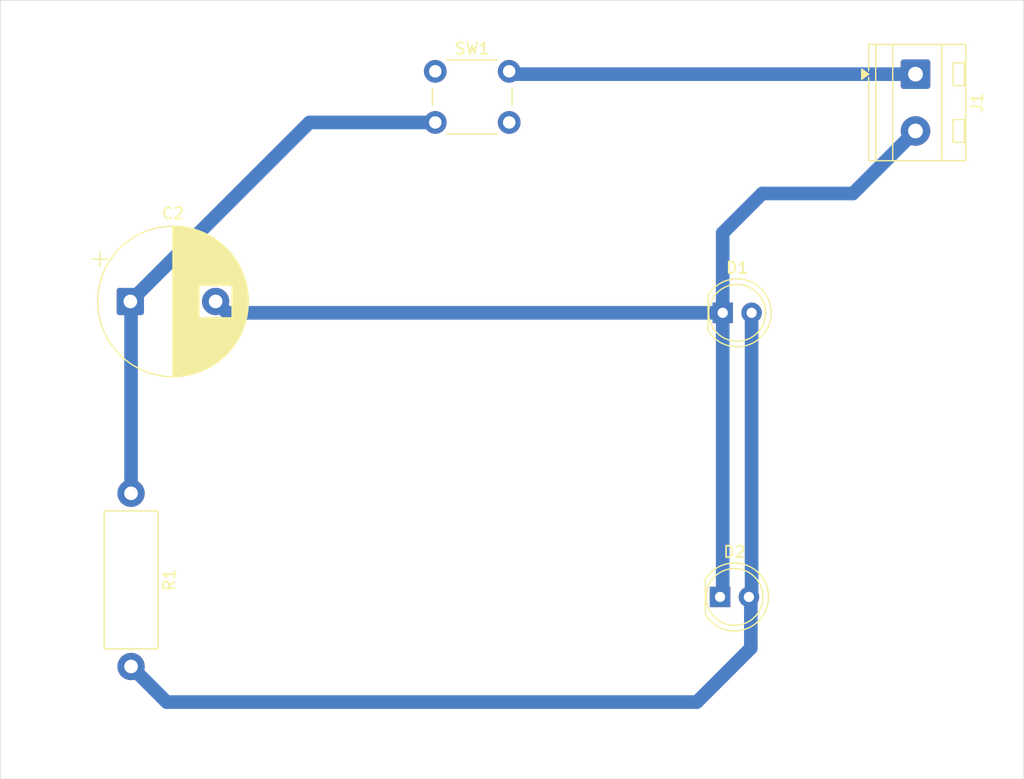
<source format=kicad_pcb>
(kicad_pcb (version 20241229) (generator "pcbnew") (generator_version "9.0")
  (title_block (title "TP1 Circuit  RC simple led") (rev "1.0.0") (company "Jules Haag"))
  (layers (0 "F.Cu" signal) (2 "B.Cu" signal) (13 "F.Paste" user) (15 "B.Paste" user) (5 "F.SilkS" user "F.Silkscreen") (7 "B.SilkS" user "B.Silkscreen") (1 "F.Mask" user) (3 "B.Mask" user) (25 "Edge.Cuts" user))
  (net 0 "")
  (net 1 "Net-(C2-Pad1)")
  (net 2 "GND")
  (net 3 "Net-(D1-A)")
  (net 4 "Net-(J1-Pin_1)")
  (footprint "Button_Switch_THT:SW_PUSH_6mm_H7.3mm" (layer "F.Cu") (at 116.75 57.75)
    (property "Reference" "SW1" (at 3.25 -2 0) (layer "F.SilkS"))
    (property "Value" "SW_Push")
    (fp_line (start -0.25 1.5) (end -0.25 3) (stroke (width 0.12)) (layer "F.SilkS"))
    (fp_line (start 1 5.5) (end 5.5 5.5) (stroke (width 0.12)) (layer "F.SilkS"))
    (fp_line (start 5.5 -1) (end 1 -1) (stroke (width 0.12)) (layer "F.SilkS"))
    (fp_line (start 6.75 3) (end 6.75 1.5) (stroke (width 0.12)) (layer "F.SilkS"))
    (pad "1" thru_hole circle (at 0 0 90) (size 2 2) (drill 1.1) (layers "*.Cu" "*.Mask") (net 4 "Net-(J1-Pin_1)"))
    (pad "1" thru_hole circle (at 6.5 0 90) (size 2 2) (drill 1.1) (layers "*.Cu" "*.Mask") (net 4 "Net-(J1-Pin_1)"))
    (pad "2" thru_hole circle (at 0 4.5 90) (size 2 2) (drill 1.1) (layers "*.Cu" "*.Mask") (net 1 "Net-(C2-Pad1)"))
    (pad "2" thru_hole circle (at 6.5 4.5 90) (size 2 2) (drill 1.1) (layers "*.Cu" "*.Mask") (net 1 "Net-(C2-Pad1)"))
  )
  (footprint "LED_THT:LED_D5.0mm" (layer "F.Cu") (at 141.790215 104)
    (property "Reference" "D2" (at 1.27 -3.96 0) (layer "F.SilkS"))
    (property "Value" "LED")
    (fp_line (start -1.29 -1.545) (end -1.29 1.545) (stroke (width 0.12)) (layer "F.SilkS"))
    (fp_arc (start -1.29 -1.54483) (mid 2.071779 -2.880495) (end 4.26 0) (stroke (width 0.12)) (layer "F.SilkS"))
    (fp_arc (start 4.26 0) (mid 2.071779 2.880495) (end -1.29 1.54483) (stroke (width 0.12)) (layer "F.SilkS"))
    (fp_circle (center 1.27 0) (end 3.77 0) (stroke (width 0.12)) (fill no) (layer "F.SilkS"))
    (pad "1" thru_hole rect (at 0 0) (size 1.8 1.8) (drill 0.9) (layers "*.Cu" "*.Mask") (net 2 "GND"))
    (pad "2" thru_hole circle (at 2.54 0) (size 1.8 1.8) (drill 0.9) (layers "*.Cu" "*.Mask") (net 3 "Net-(D1-A)"))
  )
  (footprint "Capacitor_THT:CP_Radial_D13.0mm_P7.50mm" (layer "F.Cu") (at 89.934785 78)
    (property "Reference" "C2" (at 3.75 -7.75 0) (layer "F.SilkS"))
    (property "Value" "1000uF")
    (fp_line (start -3.334569 -3.715) (end -2.034569 -3.715) (stroke (width 0.12)) (layer "F.SilkS"))
    (fp_line (start -2.684569 -4.365) (end -2.684569 -3.065) (stroke (width 0.12)) (layer "F.SilkS"))
    (fp_line (start 3.75 -6.58) (end 3.75 6.58) (stroke (width 0.12)) (layer "F.SilkS"))
    (fp_line (start 3.79 -6.58) (end 3.79 6.58) (stroke (width 0.12)) (layer "F.SilkS"))
    (fp_line (start 3.83 -6.58) (end 3.83 6.58) (stroke (width 0.12)) (layer "F.SilkS"))
    (fp_line (start 3.87 -6.579) (end 3.87 6.579) (stroke (width 0.12)) (layer "F.SilkS"))
    (fp_line (start 3.91 -6.578) (end 3.91 6.578) (stroke (width 0.12)) (layer "F.SilkS"))
    (fp_line (start 3.95 -6.577) (end 3.95 6.577) (stroke (width 0.12)) (layer "F.SilkS"))
    (fp_line (start 3.99 -6.576) (end 3.99 6.576) (stroke (width 0.12)) (layer "F.SilkS"))
    (fp_line (start 4.03 -6.574) (end 4.03 6.574) (stroke (width 0.12)) (layer "F.SilkS"))
    (fp_line (start 4.07 -6.572) (end 4.07 6.572) (stroke (width 0.12)) (layer "F.SilkS"))
    (fp_line (start 4.11 -6.57) (end 4.11 6.57) (stroke (width 0.12)) (layer "F.SilkS"))
    (fp_line (start 4.15 -6.568) (end 4.15 6.568) (stroke (width 0.12)) (layer "F.SilkS"))
    (fp_line (start 4.19 -6.565) (end 4.19 6.565) (stroke (width 0.12)) (layer "F.SilkS"))
    (fp_line (start 4.23 -6.563) (end 4.23 6.563) (stroke (width 0.12)) (layer "F.SilkS"))
    (fp_line (start 4.27 -6.56) (end 4.27 6.56) (stroke (width 0.12)) (layer "F.SilkS"))
    (fp_line (start 4.31 -6.556) (end 4.31 6.556) (stroke (width 0.12)) (layer "F.SilkS"))
    (fp_line (start 4.35 -6.553) (end 4.35 6.553) (stroke (width 0.12)) (layer "F.SilkS"))
    (fp_line (start 4.39 -6.549) (end 4.39 6.549) (stroke (width 0.12)) (layer "F.SilkS"))
    (fp_line (start 4.43 -6.545) (end 4.43 6.545) (stroke (width 0.12)) (layer "F.SilkS"))
    (fp_line (start 4.47 -6.541) (end 4.47 6.541) (stroke (width 0.12)) (layer "F.SilkS"))
    (fp_line (start 4.51 -6.536) (end 4.51 6.536) (stroke (width 0.12)) (layer "F.SilkS"))
    (fp_line (start 4.55 -6.531) (end 4.55 6.531) (stroke (width 0.12)) (layer "F.SilkS"))
    (fp_line (start 4.59 -6.526) (end 4.59 6.526) (stroke (width 0.12)) (layer "F.SilkS"))
    (fp_line (start 4.63 -6.521) (end 4.63 6.521) (stroke (width 0.12)) (layer "F.SilkS"))
    (fp_line (start 4.67 -6.516) (end 4.67 6.516) (stroke (width 0.12)) (layer "F.SilkS"))
    (fp_line (start 4.71 -6.51) (end 4.71 6.51) (stroke (width 0.12)) (layer "F.SilkS"))
    (fp_line (start 4.75 -6.504) (end 4.75 6.504) (stroke (width 0.12)) (layer "F.SilkS"))
    (fp_line (start 4.79 -6.498) (end 4.79 6.498) (stroke (width 0.12)) (layer "F.SilkS"))
    (fp_line (start 4.83 -6.491) (end 4.83 6.491) (stroke (width 0.12)) (layer "F.SilkS"))
    (fp_line (start 4.87 -6.485) (end 4.87 6.485) (stroke (width 0.12)) (layer "F.SilkS"))
    (fp_line (start 4.91 -6.478) (end 4.91 6.478) (stroke (width 0.12)) (layer "F.SilkS"))
    (fp_line (start 4.95 -6.47) (end 4.95 6.47) (stroke (width 0.12)) (layer "F.SilkS"))
    (fp_line (start 4.99 -6.463) (end 4.99 6.463) (stroke (width 0.12)) (layer "F.SilkS"))
    (fp_line (start 5.03 -6.455) (end 5.03 6.455) (stroke (width 0.12)) (layer "F.SilkS"))
    (fp_line (start 5.07 -6.447) (end 5.07 6.447) (stroke (width 0.12)) (layer "F.SilkS"))
    (fp_line (start 5.11 -6.439) (end 5.11 6.439) (stroke (width 0.12)) (layer "F.SilkS"))
    (fp_line (start 5.15 -6.43) (end 5.15 6.43) (stroke (width 0.12)) (layer "F.SilkS"))
    (fp_line (start 5.19 -6.421) (end 5.19 6.421) (stroke (width 0.12)) (layer "F.SilkS"))
    (fp_line (start 5.23 -6.412) (end 5.23 6.412) (stroke (width 0.12)) (layer "F.SilkS"))
    (fp_line (start 5.27 -6.403) (end 5.27 6.403) (stroke (width 0.12)) (layer "F.SilkS"))
    (fp_line (start 5.31 -6.394) (end 5.31 6.394) (stroke (width 0.12)) (layer "F.SilkS"))
    (fp_line (start 5.35 -6.384) (end 5.35 6.384) (stroke (width 0.12)) (layer "F.SilkS"))
    (fp_line (start 5.39 -6.374) (end 5.39 6.374) (stroke (width 0.12)) (layer "F.SilkS"))
    (fp_line (start 5.43 -6.363) (end 5.43 6.363) (stroke (width 0.12)) (layer "F.SilkS"))
    (fp_line (start 5.47 -6.353) (end 5.47 6.353) (stroke (width 0.12)) (layer "F.SilkS"))
    (fp_line (start 5.51 -6.342) (end 5.51 6.342) (stroke (width 0.12)) (layer "F.SilkS"))
    (fp_line (start 5.55 -6.331) (end 5.55 6.331) (stroke (width 0.12)) (layer "F.SilkS"))
    (fp_line (start 5.59 -6.319) (end 5.59 6.319) (stroke (width 0.12)) (layer "F.SilkS"))
    (fp_line (start 5.63 -6.307) (end 5.63 6.307) (stroke (width 0.12)) (layer "F.SilkS"))
    (fp_line (start 5.67 -6.295) (end 5.67 6.295) (stroke (width 0.12)) (layer "F.SilkS"))
    (fp_line (start 5.71 -6.283) (end 5.71 6.283) (stroke (width 0.12)) (layer "F.SilkS"))
    (fp_line (start 5.75 -6.271) (end 5.75 6.271) (stroke (width 0.12)) (layer "F.SilkS"))
    (fp_line (start 5.79 -6.258) (end 5.79 6.258) (stroke (width 0.12)) (layer "F.SilkS"))
    (fp_line (start 5.83 -6.245) (end 5.83 6.245) (stroke (width 0.12)) (layer "F.SilkS"))
    (fp_line (start 5.87 -6.231) (end 5.87 6.231) (stroke (width 0.12)) (layer "F.SilkS"))
    (fp_line (start 5.91 -6.218) (end 5.91 6.218) (stroke (width 0.12)) (layer "F.SilkS"))
    (fp_line (start 5.95 -6.204) (end 5.95 6.204) (stroke (width 0.12)) (layer "F.SilkS"))
    (fp_line (start 5.99 -6.19) (end 5.99 6.19) (stroke (width 0.12)) (layer "F.SilkS"))
    (fp_line (start 6.03 -6.175) (end 6.03 6.175) (stroke (width 0.12)) (layer "F.SilkS"))
    (fp_line (start 6.07 -6.16) (end 6.07 -1.44) (stroke (width 0.12)) (layer "F.SilkS"))
    (fp_line (start 6.07 1.44) (end 6.07 6.16) (stroke (width 0.12)) (layer "F.SilkS"))
    (fp_line (start 6.11 -6.145) (end 6.11 -1.44) (stroke (width 0.12)) (layer "F.SilkS"))
    (fp_line (start 6.11 1.44) (end 6.11 6.145) (stroke (width 0.12)) (layer "F.SilkS"))
    (fp_line (start 6.15 -6.13) (end 6.15 -1.44) (stroke (width 0.12)) (layer "F.SilkS"))
    (fp_line (start 6.15 1.44) (end 6.15 6.13) (stroke (width 0.12)) (layer "F.SilkS"))
    (fp_line (start 6.19 -6.114) (end 6.19 -1.44) (stroke (width 0.12)) (layer "F.SilkS"))
    (fp_line (start 6.19 1.44) (end 6.19 6.114) (stroke (width 0.12)) (layer "F.SilkS"))
    (fp_line (start 6.23 -6.098) (end 6.23 -1.44) (stroke (width 0.12)) (layer "F.SilkS"))
    (fp_line (start 6.23 1.44) (end 6.23 6.098) (stroke (width 0.12)) (layer "F.SilkS"))
    (fp_line (start 6.27 -6.082) (end 6.27 -1.44) (stroke (width 0.12)) (layer "F.SilkS"))
    (fp_line (start 6.27 1.44) (end 6.27 6.082) (stroke (width 0.12)) (layer "F.SilkS"))
    (fp_line (start 6.31 -6.065) (end 6.31 -1.44) (stroke (width 0.12)) (layer "F.SilkS"))
    (fp_line (start 6.31 1.44) (end 6.31 6.065) (stroke (width 0.12)) (layer "F.SilkS"))
    (fp_line (start 6.35 -6.048) (end 6.35 -1.44) (stroke (width 0.12)) (layer "F.SilkS"))
    (fp_line (start 6.35 1.44) (end 6.35 6.048) (stroke (width 0.12)) (layer "F.SilkS"))
    (fp_line (start 6.39 -6.031) (end 6.39 -1.44) (stroke (width 0.12)) (layer "F.SilkS"))
    (fp_line (start 6.39 1.44) (end 6.39 6.031) (stroke (width 0.12)) (layer "F.SilkS"))
    (fp_line (start 6.43 -6.013) (end 6.43 -1.44) (stroke (width 0.12)) (layer "F.SilkS"))
    (fp_line (start 6.43 1.44) (end 6.43 6.013) (stroke (width 0.12)) (layer "F.SilkS"))
    (fp_line (start 6.47 -5.995) (end 6.47 -1.44) (stroke (width 0.12)) (layer "F.SilkS"))
    (fp_line (start 6.47 1.44) (end 6.47 5.995) (stroke (width 0.12)) (layer "F.SilkS"))
    (fp_line (start 6.51 -5.977) (end 6.51 -1.44) (stroke (width 0.12)) (layer "F.SilkS"))
    (fp_line (start 6.51 1.44) (end 6.51 5.977) (stroke (width 0.12)) (layer "F.SilkS"))
    (fp_line (start 6.55 -5.959) (end 6.55 -1.44) (stroke (width 0.12)) (layer "F.SilkS"))
    (fp_line (start 6.55 1.44) (end 6.55 5.959) (stroke (width 0.12)) (layer "F.SilkS"))
    (fp_line (start 6.59 -5.94) (end 6.59 -1.44) (stroke (width 0.12)) (layer "F.SilkS"))
    (fp_line (start 6.59 1.44) (end 6.59 5.94) (stroke (width 0.12)) (layer "F.SilkS"))
    (fp_line (start 6.63 -5.921) (end 6.63 -1.44) (stroke (width 0.12)) (layer "F.SilkS"))
    (fp_line (start 6.63 1.44) (end 6.63 5.921) (stroke (width 0.12)) (layer "F.SilkS"))
    (fp_line (start 6.67 -5.901) (end 6.67 -1.44) (stroke (width 0.12)) (layer "F.SilkS"))
    (fp_line (start 6.67 1.44) (end 6.67 5.901) (stroke (width 0.12)) (layer "F.SilkS"))
    (fp_line (start 6.71 -5.881) (end 6.71 -1.44) (stroke (width 0.12)) (layer "F.SilkS"))
    (fp_line (start 6.71 1.44) (end 6.71 5.881) (stroke (width 0.12)) (layer "F.SilkS"))
    (fp_line (start 6.75 -5.861) (end 6.75 -1.44) (stroke (width 0.12)) (layer "F.SilkS"))
    (fp_line (start 6.75 1.44) (end 6.75 5.861) (stroke (width 0.12)) (layer "F.SilkS"))
    (fp_line (start 6.79 -5.841) (end 6.79 -1.44) (stroke (width 0.12)) (layer "F.SilkS"))
    (fp_line (start 6.79 1.44) (end 6.79 5.841) (stroke (width 0.12)) (layer "F.SilkS"))
    (fp_line (start 6.83 -5.82) (end 6.83 -1.44) (stroke (width 0.12)) (layer "F.SilkS"))
    (fp_line (start 6.83 1.44) (end 6.83 5.82) (stroke (width 0.12)) (layer "F.SilkS"))
    (fp_line (start 6.87 -5.799) (end 6.87 -1.44) (stroke (width 0.12)) (layer "F.SilkS"))
    (fp_line (start 6.87 1.44) (end 6.87 5.799) (stroke (width 0.12)) (layer "F.SilkS"))
    (fp_line (start 6.91 -5.777) (end 6.91 -1.44) (stroke (width 0.12)) (layer "F.SilkS"))
    (fp_line (start 6.91 1.44) (end 6.91 5.777) (stroke (width 0.12)) (layer "F.SilkS"))
    (fp_line (start 6.95 -5.755) (end 6.95 -1.44) (stroke (width 0.12)) (layer "F.SilkS"))
    (fp_line (start 6.95 1.44) (end 6.95 5.755) (stroke (width 0.12)) (layer "F.SilkS"))
    (fp_line (start 6.99 -5.733) (end 6.99 -1.44) (stroke (width 0.12)) (layer "F.SilkS"))
    (fp_line (start 6.99 1.44) (end 6.99 5.733) (stroke (width 0.12)) (layer "F.SilkS"))
    (fp_line (start 7.03 -5.71) (end 7.03 -1.44) (stroke (width 0.12)) (layer "F.SilkS"))
    (fp_line (start 7.03 1.44) (end 7.03 5.71) (stroke (width 0.12)) (layer "F.SilkS"))
    (fp_line (start 7.07 -5.687) (end 7.07 -1.44) (stroke (width 0.12)) (layer "F.SilkS"))
    (fp_line (start 7.07 1.44) (end 7.07 5.687) (stroke (width 0.12)) (layer "F.SilkS"))
    (fp_line (start 7.11 -5.664) (end 7.11 -1.44) (stroke (width 0.12)) (layer "F.SilkS"))
    (fp_line (start 7.11 1.44) (end 7.11 5.664) (stroke (width 0.12)) (layer "F.SilkS"))
    (fp_line (start 7.15 -5.64) (end 7.15 -1.44) (stroke (width 0.12)) (layer "F.SilkS"))
    (fp_line (start 7.15 1.44) (end 7.15 5.64) (stroke (width 0.12)) (layer "F.SilkS"))
    (fp_line (start 7.19 -5.616) (end 7.19 -1.44) (stroke (width 0.12)) (layer "F.SilkS"))
    (fp_line (start 7.19 1.44) (end 7.19 5.616) (stroke (width 0.12)) (layer "F.SilkS"))
    (fp_line (start 7.23 -5.592) (end 7.23 -1.44) (stroke (width 0.12)) (layer "F.SilkS"))
    (fp_line (start 7.23 1.44) (end 7.23 5.592) (stroke (width 0.12)) (layer "F.SilkS"))
    (fp_line (start 7.27 -5.567) (end 7.27 -1.44) (stroke (width 0.12)) (layer "F.SilkS"))
    (fp_line (start 7.27 1.44) (end 7.27 5.567) (stroke (width 0.12)) (layer "F.SilkS"))
    (fp_line (start 7.31 -5.541) (end 7.31 -1.44) (stroke (width 0.12)) (layer "F.SilkS"))
    (fp_line (start 7.31 1.44) (end 7.31 5.541) (stroke (width 0.12)) (layer "F.SilkS"))
    (fp_line (start 7.35 -5.516) (end 7.35 -1.44) (stroke (width 0.12)) (layer "F.SilkS"))
    (fp_line (start 7.35 1.44) (end 7.35 5.516) (stroke (width 0.12)) (layer "F.SilkS"))
    (fp_line (start 7.39 -5.489) (end 7.39 -1.44) (stroke (width 0.12)) (layer "F.SilkS"))
    (fp_line (start 7.39 1.44) (end 7.39 5.489) (stroke (width 0.12)) (layer "F.SilkS"))
    (fp_line (start 7.43 -5.463) (end 7.43 -1.44) (stroke (width 0.12)) (layer "F.SilkS"))
    (fp_line (start 7.43 1.44) (end 7.43 5.463) (stroke (width 0.12)) (layer "F.SilkS"))
    (fp_line (start 7.47 -5.436) (end 7.47 -1.44) (stroke (width 0.12)) (layer "F.SilkS"))
    (fp_line (start 7.47 1.44) (end 7.47 5.436) (stroke (width 0.12)) (layer "F.SilkS"))
    (fp_line (start 7.51 -5.409) (end 7.51 -1.44) (stroke (width 0.12)) (layer "F.SilkS"))
    (fp_line (start 7.51 1.44) (end 7.51 5.409) (stroke (width 0.12)) (layer "F.SilkS"))
    (fp_line (start 7.55 -5.381) (end 7.55 -1.44) (stroke (width 0.12)) (layer "F.SilkS"))
    (fp_line (start 7.55 1.44) (end 7.55 5.381) (stroke (width 0.12)) (layer "F.SilkS"))
    (fp_line (start 7.59 -5.352) (end 7.59 -1.44) (stroke (width 0.12)) (layer "F.SilkS"))
    (fp_line (start 7.59 1.44) (end 7.59 5.352) (stroke (width 0.12)) (layer "F.SilkS"))
    (fp_line (start 7.63 -5.324) (end 7.63 -1.44) (stroke (width 0.12)) (layer "F.SilkS"))
    (fp_line (start 7.63 1.44) (end 7.63 5.324) (stroke (width 0.12)) (layer "F.SilkS"))
    (fp_line (start 7.67 -5.295) (end 7.67 -1.44) (stroke (width 0.12)) (layer "F.SilkS"))
    (fp_line (start 7.67 1.44) (end 7.67 5.295) (stroke (width 0.12)) (layer "F.SilkS"))
    (fp_line (start 7.71 -5.265) (end 7.71 -1.44) (stroke (width 0.12)) (layer "F.SilkS"))
    (fp_line (start 7.71 1.44) (end 7.71 5.265) (stroke (width 0.12)) (layer "F.SilkS"))
    (fp_line (start 7.75 -5.235) (end 7.75 -1.44) (stroke (width 0.12)) (layer "F.SilkS"))
    (fp_line (start 7.75 1.44) (end 7.75 5.235) (stroke (width 0.12)) (layer "F.SilkS"))
    (fp_line (start 7.79 -5.204) (end 7.79 -1.44) (stroke (width 0.12)) (layer "F.SilkS"))
    (fp_line (start 7.79 1.44) (end 7.79 5.204) (stroke (width 0.12)) (layer "F.SilkS"))
    (fp_line (start 7.83 -5.173) (end 7.83 -1.44) (stroke (width 0.12)) (layer "F.SilkS"))
    (fp_line (start 7.83 1.44) (end 7.83 5.173) (stroke (width 0.12)) (layer "F.SilkS"))
    (fp_line (start 7.87 -5.142) (end 7.87 -1.44) (stroke (width 0.12)) (layer "F.SilkS"))
    (fp_line (start 7.87 1.44) (end 7.87 5.142) (stroke (width 0.12)) (layer "F.SilkS"))
    (fp_line (start 7.91 -5.11) (end 7.91 -1.44) (stroke (width 0.12)) (layer "F.SilkS"))
    (fp_line (start 7.91 1.44) (end 7.91 5.11) (stroke (width 0.12)) (layer "F.SilkS"))
    (fp_line (start 7.95 -5.077) (end 7.95 -1.44) (stroke (width 0.12)) (layer "F.SilkS"))
    (fp_line (start 7.95 1.44) (end 7.95 5.077) (stroke (width 0.12)) (layer "F.SilkS"))
    (fp_line (start 7.99 -5.044) (end 7.99 -1.44) (stroke (width 0.12)) (layer "F.SilkS"))
    (fp_line (start 7.99 1.44) (end 7.99 5.044) (stroke (width 0.12)) (layer "F.SilkS"))
    (fp_line (start 8.03 -5.01) (end 8.03 -1.44) (stroke (width 0.12)) (layer "F.SilkS"))
    (fp_line (start 8.03 1.44) (end 8.03 5.01) (stroke (width 0.12)) (layer "F.SilkS"))
    (fp_line (start 8.07 -4.976) (end 8.07 -1.44) (stroke (width 0.12)) (layer "F.SilkS"))
    (fp_line (start 8.07 1.44) (end 8.07 4.976) (stroke (width 0.12)) (layer "F.SilkS"))
    (fp_line (start 8.11 -4.941) (end 8.11 -1.44) (stroke (width 0.12)) (layer "F.SilkS"))
    (fp_line (start 8.11 1.44) (end 8.11 4.941) (stroke (width 0.12)) (layer "F.SilkS"))
    (fp_line (start 8.15 -4.906) (end 8.15 -1.44) (stroke (width 0.12)) (layer "F.SilkS"))
    (fp_line (start 8.15 1.44) (end 8.15 4.906) (stroke (width 0.12)) (layer "F.SilkS"))
    (fp_line (start 8.19 -4.87) (end 8.19 -1.44) (stroke (width 0.12)) (layer "F.SilkS"))
    (fp_line (start 8.19 1.44) (end 8.19 4.87) (stroke (width 0.12)) (layer "F.SilkS"))
    (fp_line (start 8.23 -4.834) (end 8.23 -1.44) (stroke (width 0.12)) (layer "F.SilkS"))
    (fp_line (start 8.23 1.44) (end 8.23 4.834) (stroke (width 0.12)) (layer "F.SilkS"))
    (fp_line (start 8.27 -4.797) (end 8.27 -1.44) (stroke (width 0.12)) (layer "F.SilkS"))
    (fp_line (start 8.27 1.44) (end 8.27 4.797) (stroke (width 0.12)) (layer "F.SilkS"))
    (fp_line (start 8.31 -4.759) (end 8.31 -1.44) (stroke (width 0.12)) (layer "F.SilkS"))
    (fp_line (start 8.31 1.44) (end 8.31 4.759) (stroke (width 0.12)) (layer "F.SilkS"))
    (fp_line (start 8.35 -4.721) (end 8.35 -1.44) (stroke (width 0.12)) (layer "F.SilkS"))
    (fp_line (start 8.35 1.44) (end 8.35 4.721) (stroke (width 0.12)) (layer "F.SilkS"))
    (fp_line (start 8.39 -4.682) (end 8.39 -1.44) (stroke (width 0.12)) (layer "F.SilkS"))
    (fp_line (start 8.39 1.44) (end 8.39 4.682) (stroke (width 0.12)) (layer "F.SilkS"))
    (fp_line (start 8.43 -4.642) (end 8.43 -1.44) (stroke (width 0.12)) (layer "F.SilkS"))
    (fp_line (start 8.43 1.44) (end 8.43 4.642) (stroke (width 0.12)) (layer "F.SilkS"))
    (fp_line (start 8.47 -4.602) (end 8.47 -1.44) (stroke (width 0.12)) (layer "F.SilkS"))
    (fp_line (start 8.47 1.44) (end 8.47 4.602) (stroke (width 0.12)) (layer "F.SilkS"))
    (fp_line (start 8.51 -4.561) (end 8.51 -1.44) (stroke (width 0.12)) (layer "F.SilkS"))
    (fp_line (start 8.51 1.44) (end 8.51 4.561) (stroke (width 0.12)) (layer "F.SilkS"))
    (fp_line (start 8.55 -4.519) (end 8.55 -1.44) (stroke (width 0.12)) (layer "F.SilkS"))
    (fp_line (start 8.55 1.44) (end 8.55 4.519) (stroke (width 0.12)) (layer "F.SilkS"))
    (fp_line (start 8.59 -4.477) (end 8.59 -1.44) (stroke (width 0.12)) (layer "F.SilkS"))
    (fp_line (start 8.59 1.44) (end 8.59 4.477) (stroke (width 0.12)) (layer "F.SilkS"))
    (fp_line (start 8.63 -4.433) (end 8.63 -1.44) (stroke (width 0.12)) (layer "F.SilkS"))
    (fp_line (start 8.63 1.44) (end 8.63 4.433) (stroke (width 0.12)) (layer "F.SilkS"))
    (fp_line (start 8.67 -4.389) (end 8.67 -1.44) (stroke (width 0.12)) (layer "F.SilkS"))
    (fp_line (start 8.67 1.44) (end 8.67 4.389) (stroke (width 0.12)) (layer "F.SilkS"))
    (fp_line (start 8.71 -4.344) (end 8.71 -1.44) (stroke (width 0.12)) (layer "F.SilkS"))
    (fp_line (start 8.71 1.44) (end 8.71 4.344) (stroke (width 0.12)) (layer "F.SilkS"))
    (fp_line (start 8.75 -4.299) (end 8.75 -1.44) (stroke (width 0.12)) (layer "F.SilkS"))
    (fp_line (start 8.75 1.44) (end 8.75 4.299) (stroke (width 0.12)) (layer "F.SilkS"))
    (fp_line (start 8.79 -4.252) (end 8.79 -1.44) (stroke (width 0.12)) (layer "F.SilkS"))
    (fp_line (start 8.79 1.44) (end 8.79 4.252) (stroke (width 0.12)) (layer "F.SilkS"))
    (fp_line (start 8.83 -4.205) (end 8.83 -1.44) (stroke (width 0.12)) (layer "F.SilkS"))
    (fp_line (start 8.83 1.44) (end 8.83 4.205) (stroke (width 0.12)) (layer "F.SilkS"))
    (fp_line (start 8.87 -4.156) (end 8.87 -1.44) (stroke (width 0.12)) (layer "F.SilkS"))
    (fp_line (start 8.87 1.44) (end 8.87 4.156) (stroke (width 0.12)) (layer "F.SilkS"))
    (fp_line (start 8.91 -4.107) (end 8.91 -1.44) (stroke (width 0.12)) (layer "F.SilkS"))
    (fp_line (start 8.91 1.44) (end 8.91 4.107) (stroke (width 0.12)) (layer "F.SilkS"))
    (fp_line (start 8.95 -4.057) (end 8.95 4.057) (stroke (width 0.12)) (layer "F.SilkS"))
    (fp_line (start 8.99 -4.006) (end 8.99 4.006) (stroke (width 0.12)) (layer "F.SilkS"))
    (fp_line (start 9.03 -3.953) (end 9.03 3.953) (stroke (width 0.12)) (layer "F.SilkS"))
    (fp_line (start 9.07 -3.9) (end 9.07 3.9) (stroke (width 0.12)) (layer "F.SilkS"))
    (fp_line (start 9.11 -3.845) (end 9.11 3.845) (stroke (width 0.12)) (layer "F.SilkS"))
    (fp_line (start 9.15 -3.789) (end 9.15 3.789) (stroke (width 0.12)) (layer "F.SilkS"))
    (fp_line (start 9.19 -3.732) (end 9.19 3.732) (stroke (width 0.12)) (layer "F.SilkS"))
    (fp_line (start 9.23 -3.674) (end 9.23 3.674) (stroke (width 0.12)) (layer "F.SilkS"))
    (fp_line (start 9.27 -3.614) (end 9.27 3.614) (stroke (width 0.12)) (layer "F.SilkS"))
    (fp_line (start 9.31 -3.553) (end 9.31 3.553) (stroke (width 0.12)) (layer "F.SilkS"))
    (fp_line (start 9.35 -3.49) (end 9.35 3.49) (stroke (width 0.12)) (layer "F.SilkS"))
    (fp_line (start 9.39 -3.426) (end 9.39 3.426) (stroke (width 0.12)) (layer "F.SilkS"))
    (fp_line (start 9.43 -3.36) (end 9.43 3.36) (stroke (width 0.12)) (layer "F.SilkS"))
    (fp_line (start 9.47 -3.293) (end 9.47 3.293) (stroke (width 0.12)) (layer "F.SilkS"))
    (fp_line (start 9.51 -3.223) (end 9.51 3.223) (stroke (width 0.12)) (layer "F.SilkS"))
    (fp_line (start 9.55 -3.151) (end 9.55 3.151) (stroke (width 0.12)) (layer "F.SilkS"))
    (fp_line (start 9.59 -3.077) (end 9.59 3.077) (stroke (width 0.12)) (layer "F.SilkS"))
    (fp_line (start 9.63 -3.001) (end 9.63 3.001) (stroke (width 0.12)) (layer "F.SilkS"))
    (fp_line (start 9.67 -2.923) (end 9.67 2.923) (stroke (width 0.12)) (layer "F.SilkS"))
    (fp_line (start 9.71 -2.841) (end 9.71 2.841) (stroke (width 0.12)) (layer "F.SilkS"))
    (fp_line (start 9.75 -2.757) (end 9.75 2.757) (stroke (width 0.12)) (layer "F.SilkS"))
    (fp_line (start 9.79 -2.67) (end 9.79 2.67) (stroke (width 0.12)) (layer "F.SilkS"))
    (fp_line (start 9.83 -2.579) (end 9.83 2.579) (stroke (width 0.12)) (layer "F.SilkS"))
    (fp_line (start 9.87 -2.484) (end 9.87 2.484) (stroke (width 0.12)) (layer "F.SilkS"))
    (fp_line (start 9.91 -2.385) (end 9.91 2.385) (stroke (width 0.12)) (layer "F.SilkS"))
    (fp_line (start 9.95 -2.28) (end 9.95 2.28) (stroke (width 0.12)) (layer "F.SilkS"))
    (fp_line (start 9.99 -2.171) (end 9.99 2.171) (stroke (width 0.12)) (layer "F.SilkS"))
    (fp_line (start 10.03 -2.054) (end 10.03 2.054) (stroke (width 0.12)) (layer "F.SilkS"))
    (fp_line (start 10.07 -1.93) (end 10.07 1.93) (stroke (width 0.12)) (layer "F.SilkS"))
    (fp_line (start 10.11 -1.797) (end 10.11 1.797) (stroke (width 0.12)) (layer "F.SilkS"))
    (fp_line (start 10.15 -1.652) (end 10.15 1.652) (stroke (width 0.12)) (layer "F.SilkS"))
    (fp_line (start 10.19 -1.493) (end 10.19 1.493) (stroke (width 0.12)) (layer "F.SilkS"))
    (fp_line (start 10.23 -1.314) (end 10.23 1.314) (stroke (width 0.12)) (layer "F.SilkS"))
    (fp_line (start 10.27 -1.106) (end 10.27 1.106) (stroke (width 0.12)) (layer "F.SilkS"))
    (fp_line (start 10.31 -0.849) (end 10.31 0.849) (stroke (width 0.12)) (layer "F.SilkS"))
    (fp_line (start 10.35 -0.474) (end 10.35 0.474) (stroke (width 0.12)) (layer "F.SilkS"))
    (fp_circle (center 3.75 0) (end 10.37 0) (stroke (width 0.12)) (fill no) (layer "F.SilkS"))
    (pad "1" thru_hole roundrect (at 0 0) (size 2.4 2.4) (drill 1.2) (layers "*.Cu" "*.Mask") (roundrect_rratio 0.104167) (net 1 "Net-(C2-Pad1)"))
    (pad "2" thru_hole circle (at 7.5 0) (size 2.4 2.4) (drill 1.2) (layers "*.Cu" "*.Mask") (net 2 "GND"))
  )
  (footprint "LED_THT:LED_D5.0mm" (layer "F.Cu") (at 142.025215 79)
    (property "Reference" "D1" (at 1.27 -3.96 0) (layer "F.SilkS"))
    (property "Value" "LED")
    (fp_line (start -1.29 -1.545) (end -1.29 1.545) (stroke (width 0.12)) (layer "F.SilkS"))
    (fp_arc (start -1.29 -1.54483) (mid 2.071779 -2.880495) (end 4.26 0) (stroke (width 0.12)) (layer "F.SilkS"))
    (fp_arc (start 4.26 0) (mid 2.071779 2.880495) (end -1.29 1.54483) (stroke (width 0.12)) (layer "F.SilkS"))
    (fp_circle (center 1.27 0) (end 3.77 0) (stroke (width 0.12)) (fill no) (layer "F.SilkS"))
    (pad "1" thru_hole rect (at 0 0) (size 1.8 1.8) (drill 0.9) (layers "*.Cu" "*.Mask") (net 2 "GND"))
    (pad "2" thru_hole circle (at 2.54 0) (size 1.8 1.8) (drill 0.9) (layers "*.Cu" "*.Mask") (net 3 "Net-(D1-A)"))
  )
  (footprint "TerminalBlock_MetzConnect:TerminalBlock_MetzConnect_Type094_RT03502HBLU_1x02_P5.00mm_Horizontal" (layer "F.Cu") (at 158.9775 58 -90)
    (property "Reference" "J1" (at 2.5 -5.42 90) (layer "F.SilkS"))
    (property "Value" "Conn_01x02_Pin")
    (fp_line (start -2.62 4.12) (end -2.62 -4.42) (stroke (width 0.12)) (layer "F.SilkS"))
    (fp_line (start -0.3 4.12) (end -2.62 4.12) (stroke (width 0.12)) (layer "F.SilkS"))
    (fp_line (start 7.62 4.12) (end 0.3 4.12) (stroke (width 0.12)) (layer "F.SilkS"))
    (fp_line (start -2.62 3.5) (end 7.62 3.5) (stroke (width 0.12)) (layer "F.SilkS"))
    (fp_line (start -2.62 2) (end 7.62 2) (stroke (width 0.12)) (layer "F.SilkS"))
    (fp_line (start -2.62 -2.3) (end 7.62 -2.3) (stroke (width 0.12)) (layer "F.SilkS"))
    (fp_line (start -1 -3.3) (end -1 -4.3) (stroke (width 0.12)) (layer "F.SilkS"))
    (fp_line (start 1 -3.3) (end -1 -3.3) (stroke (width 0.12)) (layer "F.SilkS"))
    (fp_line (start 4 -3.3) (end 4 -4.3) (stroke (width 0.12)) (layer "F.SilkS"))
    (fp_line (start 6 -3.3) (end 4 -3.3) (stroke (width 0.12)) (layer "F.SilkS"))
    (fp_line (start -1 -4.3) (end 1 -4.3) (stroke (width 0.12)) (layer "F.SilkS"))
    (fp_line (start 1 -4.3) (end 1 -3.3) (stroke (width 0.12)) (layer "F.SilkS"))
    (fp_line (start 4 -4.3) (end 6 -4.3) (stroke (width 0.12)) (layer "F.SilkS"))
    (fp_line (start 6 -4.3) (end 6 -3.3) (stroke (width 0.12)) (layer "F.SilkS"))
    (fp_line (start -2.62 -4.42) (end 7.62 -4.42) (stroke (width 0.12)) (layer "F.SilkS"))
    (fp_line (start 7.62 -4.42) (end 7.62 4.12) (stroke (width 0.12)) (layer "F.SilkS"))
    (fp_poly (pts (xy 0 4.12) (xy 0.44 4.73) (xy -0.44 4.73)) (stroke (width 0.12)) (fill yes) (layer "F.SilkS"))
    (pad "1" thru_hole roundrect (at 0 0 270) (size 2.6 2.6) (drill 1.3) (layers "*.Cu" "*.Mask") (roundrect_rratio 0.096154) (net 4 "Net-(J1-Pin_1)"))
    (pad "2" thru_hole circle (at 5 0 270) (size 2.6 2.6) (drill 1.3) (layers "*.Cu" "*.Mask") (net 2 "GND"))
  )
  (footprint "Resistor_THT:R_Axial_DIN0414_L11.9mm_D4.5mm_P15.24mm_Horizontal" (layer "F.Cu") (at 90 94.88 -90)
    (property "Reference" "R1" (at 7.62 -3.37 90) (layer "F.SilkS"))
    (property "Value" "220")
    (fp_line (start 1.44 0) (end 1.55 0) (stroke (width 0.12)) (layer "F.SilkS"))
    (fp_line (start 13.8 0) (end 13.69 0) (stroke (width 0.12)) (layer "F.SilkS"))
    (fp_rect (start 1.55 -2.37) (end 13.69 2.37) (stroke (width 0.12)) (fill no) (layer "F.SilkS"))
    (pad "1" thru_hole circle (at 0 0 270) (size 2.4 2.4) (drill 1.2) (layers "*.Cu" "*.Mask") (net 1 "Net-(C2-Pad1)"))
    (pad "2" thru_hole circle (at 15.24 0 270) (size 2.4 2.4) (drill 1.2) (layers "*.Cu" "*.Mask") (net 3 "Net-(D1-A)"))
  )
  (gr_rect (start 78.5 51.5) (end 168.5 120) (stroke (width 0.05)) (fill no) (layer "Edge.Cuts"))
  (segment (start 89.934785 78) (end 105.684785 62.25) (width 1.2) (layer "B.Cu") (net 1))
  (segment (start 90 78.065215) (end 89.934785 78) (width 1.2) (layer "B.Cu") (net 1))
  (segment (start 105.684785 62.25) (end 116.75 62.25) (width 1.2) (layer "B.Cu") (net 1))
  (segment (start 90 94.88) (end 90 78.065215) (width 1.2) (layer "B.Cu") (net 1))
  (segment (start 98.434785 79) (end 97.434785 78) (width 1.2) (layer "B.Cu") (net 2))
  (segment (start 158.9775 63) (end 153.4775 68.5) (width 1.2) (layer "B.Cu") (net 2))
  (segment (start 142.025215 103.765) (end 141.790215 104) (width 1.2) (layer "B.Cu") (net 2))
  (segment (start 145.5 68.5) (end 142.025215 71.974785) (width 1.2) (layer "B.Cu") (net 2))
  (segment (start 153.4775 68.5) (end 145.5 68.5) (width 1.2) (layer "B.Cu") (net 2))
  (segment (start 142.025215 79) (end 142.025215 103.765) (width 1.2) (layer "B.Cu") (net 2))
  (segment (start 142.025215 79) (end 98.434785 79) (width 1.2) (layer "B.Cu") (net 2))
  (segment (start 142.025215 71.974785) (end 142.025215 79) (width 1.2) (layer "B.Cu") (net 2))
  (segment (start 144.565215 103.765) (end 144.330215 104) (width 1.2) (layer "B.Cu") (net 3))
  (segment (start 93.13 113.25) (end 90 110.12) (width 1.2) (layer "B.Cu") (net 3))
  (segment (start 144.565215 79) (end 144.565215 103.765) (width 1.2) (layer "B.Cu") (net 3))
  (segment (start 139.75 113.25) (end 93.13 113.25) (width 1.2) (layer "B.Cu") (net 3))
  (segment (start 144.5 108.5) (end 139.75 113.25) (width 1.2) (layer "B.Cu") (net 3))
  (segment (start 144.330215 104) (end 144.5 104.169785) (width 1.2) (layer "B.Cu") (net 3))
  (segment (start 144.5 104.169785) (end 144.5 108.5) (width 1.2) (layer "B.Cu") (net 3))
  (segment (start 158.9775 58) (end 123.5 58) (width 1.2) (layer "B.Cu") (net 4))
  (segment (start 123.5 58) (end 123.25 57.75) (width 1.2) (layer "B.Cu") (net 4))
)
</source>
